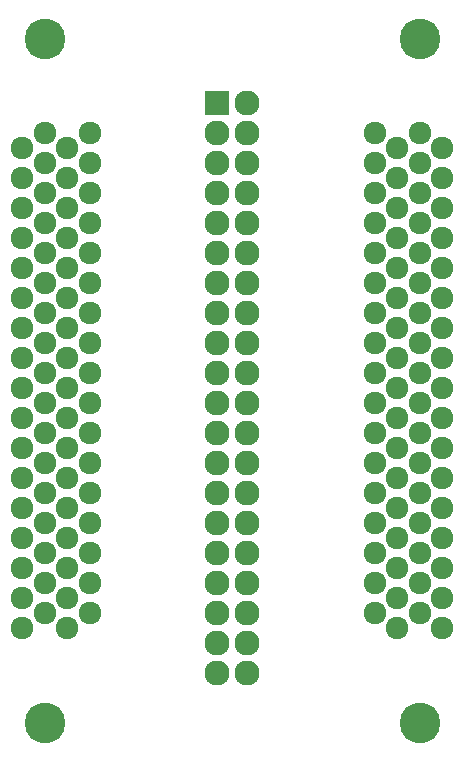
<source format=gbr>
G04 #@! TF.FileFunction,Soldermask,Top*
%FSLAX46Y46*%
G04 Gerber Fmt 4.6, Leading zero omitted, Abs format (unit mm)*
G04 Created by KiCad (PCBNEW 4.0.2-stable) date 8/9/2016 1:23:03 AM*
%MOMM*%
G01*
G04 APERTURE LIST*
%ADD10C,0.100000*%
%ADD11C,1.924000*%
%ADD12C,3.448000*%
%ADD13R,2.127200X2.127200*%
%ADD14O,2.127200X2.127200*%
G04 APERTURE END LIST*
D10*
D11*
X125095000Y-104775000D03*
X123190000Y-106045000D03*
X125095000Y-107315000D03*
X123190000Y-108585000D03*
X125095000Y-109855000D03*
X123190000Y-111125000D03*
X125095000Y-112395000D03*
X123190000Y-113665000D03*
X125095000Y-114935000D03*
X123190000Y-116205000D03*
X125095000Y-117475000D03*
X123190000Y-118745000D03*
X125095000Y-120015000D03*
X123190000Y-121285000D03*
X125095000Y-122555000D03*
X125095000Y-125095000D03*
X125095000Y-127635000D03*
X125095000Y-130175000D03*
X123190000Y-123825000D03*
X123190000Y-126365000D03*
X123190000Y-128905000D03*
X123190000Y-131445000D03*
X125095000Y-132715000D03*
X123190000Y-133985000D03*
X125095000Y-135255000D03*
X123190000Y-136525000D03*
X125095000Y-137795000D03*
X123190000Y-139065000D03*
X125095000Y-140335000D03*
X123190000Y-141605000D03*
X125095000Y-142875000D03*
X123190000Y-144145000D03*
X125095000Y-145415000D03*
X123190000Y-146685000D03*
X121285000Y-104775000D03*
X119380000Y-106045000D03*
X121285000Y-107315000D03*
X119380000Y-108585000D03*
X121285000Y-109855000D03*
X119380000Y-111125000D03*
X121285000Y-112395000D03*
X119380000Y-113665000D03*
X121285000Y-114935000D03*
X119380000Y-116205000D03*
X121285000Y-117475000D03*
X119380000Y-118745000D03*
X121285000Y-120015000D03*
X119380000Y-121285000D03*
X121285000Y-122555000D03*
X119380000Y-123825000D03*
X121285000Y-125095000D03*
X119380000Y-126365000D03*
X121285000Y-127635000D03*
X119380000Y-128905000D03*
X121285000Y-130175000D03*
X119380000Y-131445000D03*
X121285000Y-132715000D03*
X119380000Y-133985000D03*
X121285000Y-135255000D03*
X119380000Y-136525000D03*
X121285000Y-137795000D03*
X119380000Y-139065000D03*
X121285000Y-140335000D03*
X119380000Y-141605000D03*
X121285000Y-142875000D03*
X119380000Y-144145000D03*
X121285000Y-145415000D03*
X119380000Y-146685000D03*
X149225000Y-104775000D03*
X151130000Y-106045000D03*
X149225000Y-107315000D03*
X151130000Y-108585000D03*
X149225000Y-109855000D03*
X151130000Y-111125000D03*
X149225000Y-112395000D03*
X151130000Y-113665000D03*
X149225000Y-114935000D03*
X151130000Y-116205000D03*
X149225000Y-117475000D03*
X151130000Y-118745000D03*
X149225000Y-120015000D03*
X151130000Y-121285000D03*
X149225000Y-122555000D03*
X151130000Y-123825000D03*
X149225000Y-125095000D03*
X151130000Y-126365000D03*
X149225000Y-127635000D03*
X151130000Y-128905000D03*
X149225000Y-130175000D03*
X151130000Y-131445000D03*
X149225000Y-132715000D03*
X151130000Y-133985000D03*
X149225000Y-135255000D03*
X151130000Y-136525000D03*
X149225000Y-137795000D03*
X151130000Y-139065000D03*
X149225000Y-140335000D03*
X151130000Y-141605000D03*
X149225000Y-142875000D03*
X151130000Y-144145000D03*
X149225000Y-145415000D03*
X151130000Y-146685000D03*
X153035000Y-104775000D03*
X154940000Y-106045000D03*
X153035000Y-107315000D03*
X154940000Y-108585000D03*
X153035000Y-109855000D03*
X154940000Y-111125000D03*
X153035000Y-112395000D03*
X154940000Y-113665000D03*
X153035000Y-114935000D03*
X154940000Y-116205000D03*
X153035000Y-117475000D03*
X154940000Y-118745000D03*
X153035000Y-120015000D03*
X154940000Y-121285000D03*
X153035000Y-122555000D03*
X154940000Y-123825000D03*
X153035000Y-125095000D03*
X154940000Y-126365000D03*
X153035000Y-127635000D03*
X154940000Y-128905000D03*
X153035000Y-130175000D03*
X154940000Y-131445000D03*
X153035000Y-132715000D03*
X154940000Y-133985000D03*
X153035000Y-135255000D03*
X154940000Y-136525000D03*
X153035000Y-137795000D03*
X154940000Y-139065000D03*
X153035000Y-140335000D03*
X154940000Y-141605000D03*
X153035000Y-142875000D03*
X154940000Y-144145000D03*
X153035000Y-145415000D03*
X154940000Y-146685000D03*
D12*
X153035000Y-154686000D03*
X121285000Y-154686000D03*
X121285000Y-96774000D03*
X153035000Y-96774000D03*
D13*
X135890000Y-102235000D03*
D14*
X138430000Y-102235000D03*
X135890000Y-104775000D03*
X138430000Y-104775000D03*
X135890000Y-107315000D03*
X138430000Y-107315000D03*
X135890000Y-109855000D03*
X138430000Y-109855000D03*
X135890000Y-112395000D03*
X138430000Y-112395000D03*
X135890000Y-114935000D03*
X138430000Y-114935000D03*
X135890000Y-117475000D03*
X138430000Y-117475000D03*
X135890000Y-120015000D03*
X138430000Y-120015000D03*
X135890000Y-122555000D03*
X138430000Y-122555000D03*
X135890000Y-125095000D03*
X138430000Y-125095000D03*
X135890000Y-127635000D03*
X138430000Y-127635000D03*
X135890000Y-130175000D03*
X138430000Y-130175000D03*
X135890000Y-132715000D03*
X138430000Y-132715000D03*
X135890000Y-135255000D03*
X138430000Y-135255000D03*
X135890000Y-137795000D03*
X138430000Y-137795000D03*
X135890000Y-140335000D03*
X138430000Y-140335000D03*
X135890000Y-142875000D03*
X138430000Y-142875000D03*
X135890000Y-145415000D03*
X138430000Y-145415000D03*
X135890000Y-147955000D03*
X138430000Y-147955000D03*
X135890000Y-150495000D03*
X138430000Y-150495000D03*
M02*

</source>
